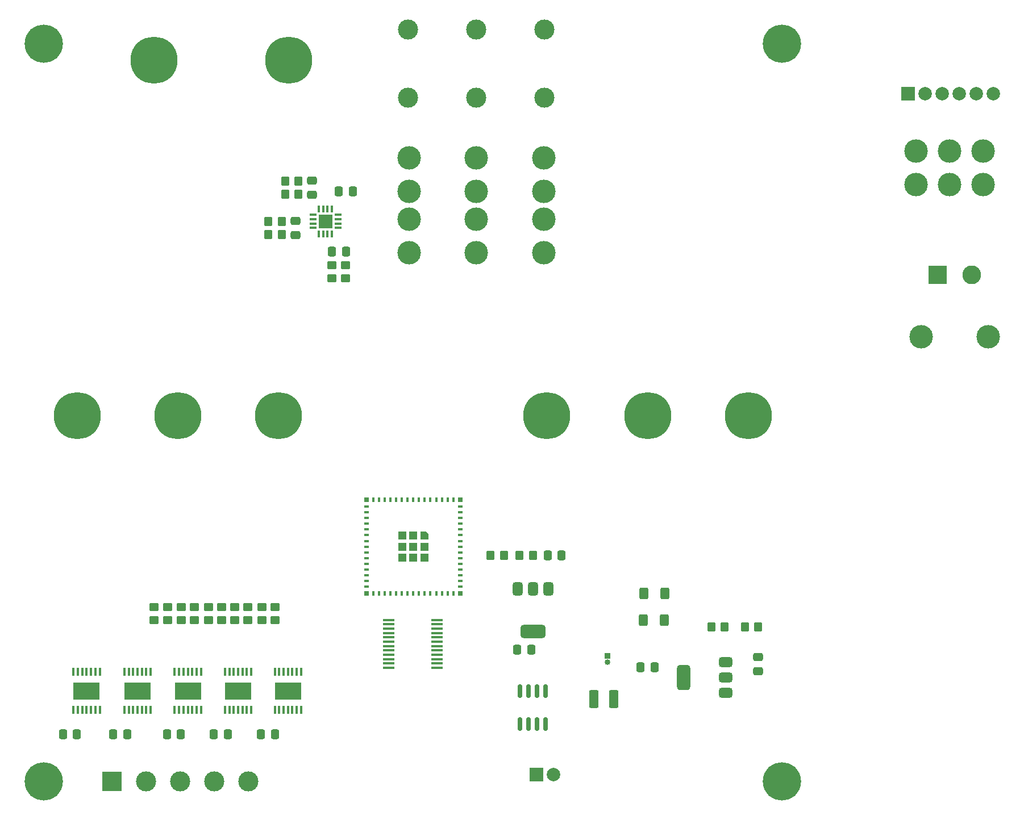
<source format=gbr>
%TF.GenerationSoftware,KiCad,Pcbnew,8.0.7-8.0.7-0~ubuntu22.04.1*%
%TF.CreationDate,2024-12-30T17:04:23+01:00*%
%TF.ProjectId,electronics,656c6563-7472-46f6-9e69-63732e6b6963,rev?*%
%TF.SameCoordinates,Original*%
%TF.FileFunction,Soldermask,Bot*%
%TF.FilePolarity,Negative*%
%FSLAX46Y46*%
G04 Gerber Fmt 4.6, Leading zero omitted, Abs format (unit mm)*
G04 Created by KiCad (PCBNEW 8.0.7-8.0.7-0~ubuntu22.04.1) date 2024-12-30 17:04:23*
%MOMM*%
%LPD*%
G01*
G04 APERTURE LIST*
G04 Aperture macros list*
%AMRoundRect*
0 Rectangle with rounded corners*
0 $1 Rounding radius*
0 $2 $3 $4 $5 $6 $7 $8 $9 X,Y pos of 4 corners*
0 Add a 4 corners polygon primitive as box body*
4,1,4,$2,$3,$4,$5,$6,$7,$8,$9,$2,$3,0*
0 Add four circle primitives for the rounded corners*
1,1,$1+$1,$2,$3*
1,1,$1+$1,$4,$5*
1,1,$1+$1,$6,$7*
1,1,$1+$1,$8,$9*
0 Add four rect primitives between the rounded corners*
20,1,$1+$1,$2,$3,$4,$5,0*
20,1,$1+$1,$4,$5,$6,$7,0*
20,1,$1+$1,$6,$7,$8,$9,0*
20,1,$1+$1,$8,$9,$2,$3,0*%
%AMOutline5P*
0 Free polygon, 5 corners , with rotation*
0 The origin of the aperture is its center*
0 number of corners: always 5*
0 $1 to $10 corner X, Y*
0 $11 Rotation angle, in degrees counterclockwise*
0 create outline with 5 corners*
4,1,5,$1,$2,$3,$4,$5,$6,$7,$8,$9,$10,$1,$2,$11*%
%AMOutline6P*
0 Free polygon, 6 corners , with rotation*
0 The origin of the aperture is its center*
0 number of corners: always 6*
0 $1 to $12 corner X, Y*
0 $13 Rotation angle, in degrees counterclockwise*
0 create outline with 6 corners*
4,1,6,$1,$2,$3,$4,$5,$6,$7,$8,$9,$10,$11,$12,$1,$2,$13*%
%AMOutline7P*
0 Free polygon, 7 corners , with rotation*
0 The origin of the aperture is its center*
0 number of corners: always 7*
0 $1 to $14 corner X, Y*
0 $15 Rotation angle, in degrees counterclockwise*
0 create outline with 7 corners*
4,1,7,$1,$2,$3,$4,$5,$6,$7,$8,$9,$10,$11,$12,$13,$14,$1,$2,$15*%
%AMOutline8P*
0 Free polygon, 8 corners , with rotation*
0 The origin of the aperture is its center*
0 number of corners: always 8*
0 $1 to $16 corner X, Y*
0 $17 Rotation angle, in degrees counterclockwise*
0 create outline with 8 corners*
4,1,8,$1,$2,$3,$4,$5,$6,$7,$8,$9,$10,$11,$12,$13,$14,$15,$16,$1,$2,$17*%
G04 Aperture macros list end*
%ADD10C,3.600000*%
%ADD11C,5.700000*%
%ADD12R,2.000000X2.000000*%
%ADD13C,2.000000*%
%ADD14C,3.500000*%
%ADD15R,2.800000X2.800000*%
%ADD16C,2.800000*%
%ADD17C,7.000000*%
%ADD18C,3.000000*%
%ADD19R,3.000000X3.000000*%
%ADD20RoundRect,0.250000X0.400000X0.625000X-0.400000X0.625000X-0.400000X-0.625000X0.400000X-0.625000X0*%
%ADD21RoundRect,0.250000X-0.350000X-0.450000X0.350000X-0.450000X0.350000X0.450000X-0.350000X0.450000X0*%
%ADD22R,0.800000X0.400000*%
%ADD23R,0.400000X0.800000*%
%ADD24R,1.200000X1.200000*%
%ADD25Outline5P,-0.600000X0.600000X0.600000X0.600000X0.600000X-0.600000X-0.204000X-0.600000X-0.600000X-0.204000X180.000000*%
%ADD26R,0.800000X0.800000*%
%ADD27RoundRect,0.250000X-0.450000X0.350000X-0.450000X-0.350000X0.450000X-0.350000X0.450000X0.350000X0*%
%ADD28RoundRect,0.150000X-0.150000X0.825000X-0.150000X-0.825000X0.150000X-0.825000X0.150000X0.825000X0*%
%ADD29RoundRect,0.250000X-0.337500X-0.475000X0.337500X-0.475000X0.337500X0.475000X-0.337500X0.475000X0*%
%ADD30RoundRect,0.375000X-0.375000X0.625000X-0.375000X-0.625000X0.375000X-0.625000X0.375000X0.625000X0*%
%ADD31RoundRect,0.500000X-1.400000X0.500000X-1.400000X-0.500000X1.400000X-0.500000X1.400000X0.500000X0*%
%ADD32R,0.850000X0.850000*%
%ADD33O,0.850000X0.850000*%
%ADD34R,1.750000X0.450000*%
%ADD35RoundRect,0.250000X0.350000X0.450000X-0.350000X0.450000X-0.350000X-0.450000X0.350000X-0.450000X0*%
%ADD36R,0.450000X1.310000*%
%ADD37R,4.000000X2.650000*%
%ADD38RoundRect,0.250000X0.337500X0.475000X-0.337500X0.475000X-0.337500X-0.475000X0.337500X-0.475000X0*%
%ADD39RoundRect,0.375000X0.625000X0.375000X-0.625000X0.375000X-0.625000X-0.375000X0.625000X-0.375000X0*%
%ADD40RoundRect,0.500000X0.500000X1.400000X-0.500000X1.400000X-0.500000X-1.400000X0.500000X-1.400000X0*%
%ADD41RoundRect,0.250000X-0.475000X0.337500X-0.475000X-0.337500X0.475000X-0.337500X0.475000X0.337500X0*%
%ADD42RoundRect,0.250000X0.450000X-0.350000X0.450000X0.350000X-0.450000X0.350000X-0.450000X-0.350000X0*%
%ADD43RoundRect,0.250001X0.462499X1.074999X-0.462499X1.074999X-0.462499X-1.074999X0.462499X-1.074999X0*%
%ADD44RoundRect,0.087500X-0.087500X0.425000X-0.087500X-0.425000X0.087500X-0.425000X0.087500X0.425000X0*%
%ADD45RoundRect,0.087500X-0.425000X0.087500X-0.425000X-0.087500X0.425000X-0.087500X0.425000X0.087500X0*%
%ADD46R,2.100000X2.100000*%
G04 APERTURE END LIST*
D10*
%TO.C,MH1*%
X25000000Y-25000000D03*
D11*
X25000000Y-25000000D03*
%TD*%
D10*
%TO.C,MH4*%
X25000000Y-135000000D03*
D11*
X25000000Y-135000000D03*
%TD*%
D12*
%TO.C,J9*%
X153800000Y-32500000D03*
D13*
X156340000Y-32500000D03*
X158880000Y-32500000D03*
X161420000Y-32500000D03*
X163960000Y-32500000D03*
X166500000Y-32500000D03*
%TD*%
D10*
%TO.C,MH3*%
X135000000Y-135000000D03*
D11*
X135000000Y-135000000D03*
%TD*%
D14*
%TO.C,U12*%
X155750000Y-68750000D03*
X165750000Y-68750000D03*
%TD*%
D15*
%TO.C,J7*%
X158205000Y-59500000D03*
D16*
X163285000Y-59500000D03*
%TD*%
D17*
%TO.C,J5*%
X30000000Y-80500000D03*
X45000000Y-80500000D03*
X60000000Y-80500000D03*
%TD*%
D14*
%TO.C,F4*%
X99500000Y-56200000D03*
X99500000Y-51200000D03*
X99500000Y-47000000D03*
X99500000Y-42000000D03*
%TD*%
%TO.C,J11*%
X155000000Y-41000000D03*
X160000000Y-41000000D03*
X165000000Y-41000000D03*
X155000000Y-46000000D03*
X160000000Y-46000000D03*
X165000000Y-46000000D03*
%TD*%
D18*
%TO.C,J4*%
X99660000Y-33080000D03*
X99660000Y-22920000D03*
X89500000Y-33080000D03*
X89500000Y-22920000D03*
X79340000Y-33080000D03*
X79340000Y-22920000D03*
%TD*%
D19*
%TO.C,J3*%
X35185000Y-135000000D03*
D18*
X40265000Y-135000000D03*
X45345000Y-135000000D03*
X50425000Y-135000000D03*
X55505000Y-135000000D03*
%TD*%
D12*
%TO.C,J2*%
X98405000Y-133975000D03*
D13*
X100945000Y-133975000D03*
%TD*%
D17*
%TO.C,J6*%
X100000000Y-80500000D03*
X115000000Y-80500000D03*
X130000000Y-80500000D03*
%TD*%
D14*
%TO.C,F1*%
X89500000Y-56200000D03*
X89500000Y-51200000D03*
X89500000Y-47000000D03*
X89500000Y-42000000D03*
%TD*%
D17*
%TO.C,Battery1*%
X41500000Y-27500000D03*
%TD*%
%TO.C,Inverter1*%
X61500000Y-27500000D03*
%TD*%
D14*
%TO.C,F2*%
X79500000Y-56200000D03*
X79500000Y-51200000D03*
X79500000Y-47000000D03*
X79500000Y-42000000D03*
%TD*%
D10*
%TO.C,MH2*%
X135000000Y-25000000D03*
D11*
X135000000Y-25000000D03*
%TD*%
D20*
%TO.C,R15*%
X117500000Y-111000000D03*
X114400000Y-111000000D03*
%TD*%
D21*
%TO.C,R12*%
X61000000Y-45500000D03*
X63000000Y-45500000D03*
%TD*%
D22*
%TO.C,U4*%
X87100000Y-94050000D03*
X87100000Y-94900000D03*
X87100000Y-95750000D03*
X87100000Y-96600000D03*
X87100000Y-97450000D03*
X87100000Y-98300000D03*
X87100000Y-99150000D03*
X87100000Y-100000000D03*
X87100000Y-100850000D03*
X87100000Y-101700000D03*
X87100000Y-102550000D03*
X87100000Y-103400000D03*
X87100000Y-104250000D03*
X87100000Y-105100000D03*
X87100000Y-105950000D03*
D23*
X86050000Y-107000000D03*
X85200000Y-107000000D03*
X84350000Y-107000000D03*
X83500000Y-107000000D03*
X82650000Y-107000000D03*
X81800000Y-107000000D03*
X80950000Y-107000000D03*
X80100000Y-107000000D03*
X79250000Y-107000000D03*
X78400000Y-107000000D03*
X77550000Y-107000000D03*
X76700000Y-107000000D03*
X75850000Y-107000000D03*
X75000000Y-107000000D03*
X74150000Y-107000000D03*
D22*
X73100000Y-105950000D03*
X73100000Y-105100000D03*
X73100000Y-104250000D03*
X73100000Y-103400000D03*
X73100000Y-102550000D03*
X73100000Y-101700000D03*
X73100000Y-100850000D03*
X73100000Y-100000000D03*
X73100000Y-99150000D03*
X73100000Y-98300000D03*
X73100000Y-97450000D03*
X73100000Y-96600000D03*
X73100000Y-95750000D03*
X73100000Y-94900000D03*
X73100000Y-94050000D03*
D23*
X74150000Y-93000000D03*
X75000000Y-93000000D03*
X75850000Y-93000000D03*
X76700000Y-93000000D03*
X77550000Y-93000000D03*
X78400000Y-93000000D03*
X79250000Y-93000000D03*
X80100000Y-93000000D03*
X80950000Y-93000000D03*
X81800000Y-93000000D03*
X82650000Y-93000000D03*
X83500000Y-93000000D03*
X84350000Y-93000000D03*
X85200000Y-93000000D03*
X86050000Y-93000000D03*
D24*
X81750000Y-101650000D03*
X81750000Y-100000000D03*
D25*
X81750000Y-98350000D03*
D24*
X80100000Y-101650000D03*
X80100000Y-100000000D03*
X80100000Y-98350000D03*
X78450000Y-101650000D03*
X78450000Y-100000000D03*
X78450000Y-98350000D03*
D26*
X87100000Y-93000000D03*
X87100000Y-107000000D03*
X73100000Y-107000000D03*
X73100000Y-93000000D03*
%TD*%
D21*
%TO.C,R10*%
X58500000Y-51500000D03*
X60500000Y-51500000D03*
%TD*%
D27*
%TO.C,R_DEN4*%
X55425000Y-109000000D03*
X55425000Y-111000000D03*
%TD*%
D28*
%TO.C,U3*%
X96000000Y-121500000D03*
X97270000Y-121500000D03*
X98540000Y-121500000D03*
X99810000Y-121500000D03*
X99810000Y-126450000D03*
X98540000Y-126450000D03*
X97270000Y-126450000D03*
X96000000Y-126450000D03*
%TD*%
D29*
%TO.C,C4*%
X95567500Y-115325000D03*
X97642500Y-115325000D03*
%TD*%
D30*
%TO.C,U2*%
X95605000Y-106325000D03*
X97905000Y-106325000D03*
D31*
X97905000Y-112625000D03*
D30*
X100205000Y-106325000D03*
%TD*%
D32*
%TO.C,J1*%
X109004000Y-116265000D03*
D33*
X109004000Y-117265000D03*
%TD*%
D27*
%TO.C,R_DEN3*%
X51500000Y-109000000D03*
X51500000Y-111000000D03*
%TD*%
D34*
%TO.C,U5*%
X76400000Y-118075000D03*
X76400000Y-117425000D03*
X76400000Y-116775000D03*
X76400000Y-116125000D03*
X76400000Y-115475000D03*
X76400000Y-114825000D03*
X76400000Y-114175000D03*
X76400000Y-113525000D03*
X76400000Y-112875000D03*
X76400000Y-112225000D03*
X76400000Y-111575000D03*
X76400000Y-110925000D03*
X83600000Y-110925000D03*
X83600000Y-111575000D03*
X83600000Y-112225000D03*
X83600000Y-112875000D03*
X83600000Y-113525000D03*
X83600000Y-114175000D03*
X83600000Y-114825000D03*
X83600000Y-115475000D03*
X83600000Y-116125000D03*
X83600000Y-116775000D03*
X83600000Y-117425000D03*
X83600000Y-118075000D03*
%TD*%
D27*
%TO.C,R_IN1*%
X41500000Y-109000000D03*
X41500000Y-111000000D03*
%TD*%
D35*
%TO.C,R3*%
X97905000Y-101325000D03*
X95905000Y-101325000D03*
%TD*%
D27*
%TO.C,R_DEN5*%
X59500000Y-109000000D03*
X59500000Y-111000000D03*
%TD*%
D36*
%TO.C,U8*%
X44550000Y-118650000D03*
X45200000Y-118650000D03*
X45850000Y-118650000D03*
X46500000Y-118655000D03*
X47150000Y-118650000D03*
X47800000Y-118650000D03*
X48450000Y-118650000D03*
X48450000Y-124350000D03*
X47800000Y-124350000D03*
X47150000Y-124350000D03*
X46500000Y-124350000D03*
X45850000Y-124350000D03*
X45200000Y-124350000D03*
X44550000Y-124350000D03*
D37*
X46500000Y-121500000D03*
%TD*%
D38*
%TO.C,C_GND1*%
X29962500Y-128000000D03*
X27887500Y-128000000D03*
%TD*%
D21*
%TO.C,R13*%
X61000000Y-47500000D03*
X63000000Y-47500000D03*
%TD*%
D35*
%TO.C,R2*%
X126500000Y-112000000D03*
X124500000Y-112000000D03*
%TD*%
D27*
%TO.C,R_IN3*%
X49575000Y-109000000D03*
X49575000Y-111000000D03*
%TD*%
D39*
%TO.C,U1*%
X126650000Y-117200000D03*
X126650000Y-119500000D03*
D40*
X120350000Y-119500000D03*
D39*
X126650000Y-121800000D03*
%TD*%
D36*
%TO.C,U9*%
X52050000Y-118650000D03*
X52700000Y-118650000D03*
X53350000Y-118650000D03*
X54000000Y-118655000D03*
X54650000Y-118650000D03*
X55300000Y-118650000D03*
X55950000Y-118650000D03*
X55950000Y-124350000D03*
X55300000Y-124350000D03*
X54650000Y-124350000D03*
X54000000Y-124350000D03*
X53350000Y-124350000D03*
X52700000Y-124350000D03*
X52050000Y-124350000D03*
D37*
X54000000Y-121500000D03*
%TD*%
D21*
%TO.C,R11*%
X58500000Y-53500000D03*
X60500000Y-53500000D03*
%TD*%
D41*
%TO.C,C6*%
X62500000Y-51462500D03*
X62500000Y-53537500D03*
%TD*%
D29*
%TO.C,C1*%
X100130000Y-101325000D03*
X102205000Y-101325000D03*
%TD*%
%TO.C,C7*%
X67962500Y-56000000D03*
X70037500Y-56000000D03*
%TD*%
D27*
%TO.C,R_DEN1*%
X43500000Y-109000000D03*
X43500000Y-111000000D03*
%TD*%
D38*
%TO.C,C_GND5*%
X59462500Y-128000000D03*
X57387500Y-128000000D03*
%TD*%
D36*
%TO.C,U10*%
X59475000Y-118650000D03*
X60125000Y-118650000D03*
X60775000Y-118650000D03*
X61425000Y-118655000D03*
X62075000Y-118650000D03*
X62725000Y-118650000D03*
X63375000Y-118650000D03*
X63375000Y-124350000D03*
X62725000Y-124350000D03*
X62075000Y-124350000D03*
X61425000Y-124350000D03*
X60775000Y-124350000D03*
X60125000Y-124350000D03*
X59475000Y-124350000D03*
D37*
X61425000Y-121500000D03*
%TD*%
D38*
%TO.C,C_GND2*%
X37462500Y-128000000D03*
X35387500Y-128000000D03*
%TD*%
%TO.C,C_GND4*%
X52462500Y-128000000D03*
X50387500Y-128000000D03*
%TD*%
D41*
%TO.C,C2*%
X131500000Y-116462500D03*
X131500000Y-118537500D03*
%TD*%
D27*
%TO.C,R_IN2*%
X45500000Y-109000000D03*
X45500000Y-111000000D03*
%TD*%
D38*
%TO.C,C8*%
X71075000Y-47000000D03*
X69000000Y-47000000D03*
%TD*%
D42*
%TO.C,R7*%
X68000000Y-60000000D03*
X68000000Y-58000000D03*
%TD*%
D27*
%TO.C,R_IN5*%
X57575000Y-109000000D03*
X57575000Y-111000000D03*
%TD*%
D20*
%TO.C,R14*%
X117550000Y-107000000D03*
X114450000Y-107000000D03*
%TD*%
D35*
%TO.C,R1*%
X131500000Y-112000000D03*
X129500000Y-112000000D03*
%TD*%
D38*
%TO.C,C_GND3*%
X45462500Y-128000000D03*
X43387500Y-128000000D03*
%TD*%
D27*
%TO.C,R_IN4*%
X53500000Y-109000000D03*
X53500000Y-111000000D03*
%TD*%
D36*
%TO.C,U7*%
X37050000Y-118650000D03*
X37700000Y-118650000D03*
X38350000Y-118650000D03*
X39000000Y-118655000D03*
X39650000Y-118650000D03*
X40300000Y-118650000D03*
X40950000Y-118650000D03*
X40950000Y-124350000D03*
X40300000Y-124350000D03*
X39650000Y-124350000D03*
X39000000Y-124350000D03*
X38350000Y-124350000D03*
X37700000Y-124350000D03*
X37050000Y-124350000D03*
D37*
X39000000Y-121500000D03*
%TD*%
D36*
%TO.C,U6*%
X29475000Y-118650000D03*
X30125000Y-118650000D03*
X30775000Y-118650000D03*
X31425000Y-118655000D03*
X32075000Y-118650000D03*
X32725000Y-118650000D03*
X33375000Y-118650000D03*
X33375000Y-124350000D03*
X32725000Y-124350000D03*
X32075000Y-124350000D03*
X31425000Y-124350000D03*
X30775000Y-124350000D03*
X30125000Y-124350000D03*
X29475000Y-124350000D03*
D37*
X31425000Y-121500000D03*
%TD*%
D43*
%TO.C,D1*%
X109979000Y-122765000D03*
X107004000Y-122765000D03*
%TD*%
D42*
%TO.C,R9*%
X70000000Y-60000000D03*
X70000000Y-58000000D03*
%TD*%
D35*
%TO.C,R4*%
X93605000Y-101325000D03*
X91605000Y-101325000D03*
%TD*%
D41*
%TO.C,C5*%
X65000000Y-45462500D03*
X65000000Y-47537500D03*
%TD*%
D29*
%TO.C,C3*%
X113962500Y-118000000D03*
X116037500Y-118000000D03*
%TD*%
D44*
%TO.C,U11*%
X66025000Y-49637500D03*
X66675000Y-49637500D03*
X67325000Y-49637500D03*
X67975000Y-49637500D03*
D45*
X68862500Y-50525000D03*
X68862500Y-51175000D03*
X68862500Y-51825000D03*
X68862500Y-52475000D03*
D44*
X67975000Y-53362500D03*
X67325000Y-53362500D03*
X66675000Y-53362500D03*
X66025000Y-53362500D03*
D45*
X65137500Y-52475000D03*
X65137500Y-51825000D03*
X65137500Y-51175000D03*
X65137500Y-50525000D03*
D46*
X67000000Y-51500000D03*
%TD*%
D27*
%TO.C,R_DEN2*%
X47500000Y-109000000D03*
X47500000Y-111000000D03*
%TD*%
M02*

</source>
